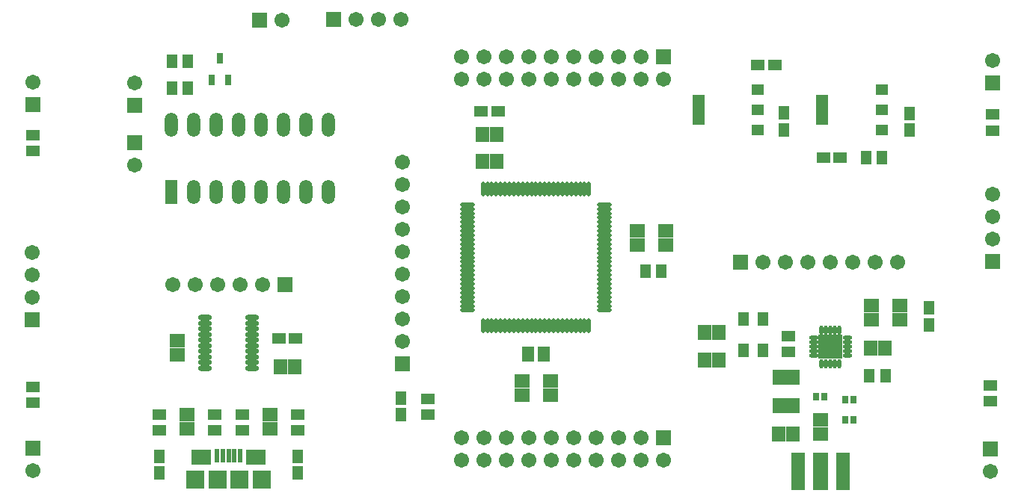
<source format=gts>
G04 Layer_Color=8388736*
%FSLAX25Y25*%
%MOIN*%
G70*
G01*
G75*
%ADD52O,0.01784X0.04147*%
%ADD53O,0.04147X0.01784*%
%ADD54R,0.11036X0.10642*%
%ADD55O,0.01981X0.06509*%
%ADD56O,0.06509X0.01981*%
%ADD57R,0.04737X0.06115*%
%ADD58R,0.06509X0.05918*%
%ADD59R,0.06115X0.04737*%
%ADD60R,0.03162X0.04737*%
%ADD61R,0.05918X0.04934*%
%ADD62R,0.04934X0.06115*%
%ADD63R,0.06115X0.04934*%
%ADD64R,0.04934X0.05918*%
%ADD65R,0.05918X0.06509*%
%ADD66R,0.05249X0.06587*%
%ADD67O,0.06115X0.02572*%
%ADD68R,0.09068X0.07099*%
%ADD69R,0.07887X0.08280*%
%ADD70R,0.08280X0.08280*%
%ADD71R,0.02375X0.06115*%
%ADD72R,0.03044X0.03241*%
%ADD73R,0.05721X0.13398*%
%ADD74R,0.05721X0.04737*%
%ADD75R,0.04540X0.06115*%
%ADD76R,0.05918X0.16548*%
%ADD77R,0.07099X0.16548*%
%ADD78O,0.05800X0.10800*%
%ADD79R,0.05800X0.10800*%
%ADD80R,0.06706X0.06706*%
%ADD81C,0.06706*%
%ADD82R,0.06706X0.06706*%
D52*
X407137Y172380D02*
D03*
X405168D02*
D03*
X403200D02*
D03*
X401231D02*
D03*
X399263D02*
D03*
Y157420D02*
D03*
X401231D02*
D03*
X403200D02*
D03*
X405168D02*
D03*
X407137D02*
D03*
D53*
X395720Y168837D02*
D03*
Y166868D02*
D03*
Y164900D02*
D03*
Y162932D02*
D03*
Y160963D02*
D03*
X410680D02*
D03*
Y162932D02*
D03*
Y164900D02*
D03*
Y166868D02*
D03*
Y168837D02*
D03*
D54*
X403200Y164900D02*
D03*
D55*
X285780Y174387D02*
D03*
X287748D02*
D03*
X281842D02*
D03*
X283811D02*
D03*
X293653D02*
D03*
X295622D02*
D03*
X289717D02*
D03*
X291685D02*
D03*
X272000D02*
D03*
X273969D02*
D03*
X268063D02*
D03*
X270031D02*
D03*
X277906D02*
D03*
X279874D02*
D03*
X275937D02*
D03*
X264126D02*
D03*
X266094D02*
D03*
X260189D02*
D03*
X262158D02*
D03*
X258221D02*
D03*
X254283D02*
D03*
X256252D02*
D03*
X252315D02*
D03*
X248378D02*
D03*
X250346D02*
D03*
X285780Y235213D02*
D03*
X287748D02*
D03*
X281842D02*
D03*
X283811D02*
D03*
X293653D02*
D03*
X295622D02*
D03*
X289717D02*
D03*
X291685D02*
D03*
X272000D02*
D03*
X273969D02*
D03*
X268063D02*
D03*
X270031D02*
D03*
X277906D02*
D03*
X279874D02*
D03*
X275937D02*
D03*
X260189D02*
D03*
X266094D02*
D03*
X262158D02*
D03*
X264126D02*
D03*
X250346D02*
D03*
X252315D02*
D03*
X248378D02*
D03*
X256252D02*
D03*
X258221D02*
D03*
X254283D02*
D03*
D56*
X302413Y185115D02*
D03*
Y187083D02*
D03*
Y181178D02*
D03*
Y183147D02*
D03*
Y192989D02*
D03*
Y194957D02*
D03*
Y189052D02*
D03*
Y191021D02*
D03*
Y200863D02*
D03*
Y202832D02*
D03*
Y196926D02*
D03*
Y198895D02*
D03*
Y204800D02*
D03*
X241587Y181178D02*
D03*
Y183147D02*
D03*
Y185115D02*
D03*
Y189052D02*
D03*
Y191021D02*
D03*
Y187083D02*
D03*
Y196926D02*
D03*
Y198895D02*
D03*
Y192989D02*
D03*
Y194957D02*
D03*
Y202832D02*
D03*
Y204800D02*
D03*
Y200863D02*
D03*
X302413Y210705D02*
D03*
Y212674D02*
D03*
Y206768D02*
D03*
Y208737D02*
D03*
Y224485D02*
D03*
Y214643D02*
D03*
Y216611D02*
D03*
Y222516D02*
D03*
Y226453D02*
D03*
Y218580D02*
D03*
Y220548D02*
D03*
Y228422D02*
D03*
X241587Y210705D02*
D03*
Y212674D02*
D03*
Y206768D02*
D03*
Y208737D02*
D03*
Y214643D02*
D03*
Y222516D02*
D03*
Y220548D02*
D03*
Y224485D02*
D03*
Y216611D02*
D03*
Y218580D02*
D03*
Y226453D02*
D03*
Y228422D02*
D03*
D57*
X320757Y198700D02*
D03*
X327843D02*
D03*
X116886Y292442D02*
D03*
X109799D02*
D03*
X426143Y249310D02*
D03*
X419057D02*
D03*
X109756Y280443D02*
D03*
X116842D02*
D03*
X427700Y152100D02*
D03*
X420613D02*
D03*
D58*
X317300Y210450D02*
D03*
Y216750D02*
D03*
X329700Y210450D02*
D03*
Y216750D02*
D03*
X266000Y143201D02*
D03*
Y149500D02*
D03*
X278400Y143201D02*
D03*
Y149500D02*
D03*
X112015Y167550D02*
D03*
Y161250D02*
D03*
X116615Y134499D02*
D03*
Y128200D02*
D03*
X153515Y134499D02*
D03*
Y128200D02*
D03*
X421500Y183199D02*
D03*
Y176900D02*
D03*
X434100Y183299D02*
D03*
Y177000D02*
D03*
X398800Y132399D02*
D03*
Y126100D02*
D03*
D59*
X475400Y261457D02*
D03*
Y268543D02*
D03*
X47700Y259387D02*
D03*
Y252300D02*
D03*
X474400Y140500D02*
D03*
Y147587D02*
D03*
X47900Y140057D02*
D03*
Y147143D02*
D03*
X223800Y134513D02*
D03*
Y141600D02*
D03*
X141115Y134687D02*
D03*
Y127600D02*
D03*
X128915Y134687D02*
D03*
Y127600D02*
D03*
X165915Y134687D02*
D03*
Y127600D02*
D03*
X104215Y134687D02*
D03*
Y127600D02*
D03*
X384400Y169787D02*
D03*
Y162700D02*
D03*
D60*
X127502Y284118D02*
D03*
X134983D02*
D03*
X131243Y293567D02*
D03*
D61*
X400116Y249310D02*
D03*
X407400D02*
D03*
D62*
X438513Y269155D02*
D03*
Y261675D02*
D03*
X382400Y269191D02*
D03*
Y261710D02*
D03*
X447100Y182180D02*
D03*
Y174700D02*
D03*
D63*
X378480Y290710D02*
D03*
X371000D02*
D03*
X247560Y270000D02*
D03*
X255040D02*
D03*
X164995Y168500D02*
D03*
X157515D02*
D03*
D64*
X211700Y141900D02*
D03*
Y134616D02*
D03*
X165915Y116000D02*
D03*
Y108716D02*
D03*
X104215Y116000D02*
D03*
Y108716D02*
D03*
D65*
X254399Y259800D02*
D03*
X248100D02*
D03*
X254450Y247800D02*
D03*
X248150D02*
D03*
X164414Y155900D02*
D03*
X158115D02*
D03*
X427399Y164400D02*
D03*
X421100D02*
D03*
X347301Y171400D02*
D03*
X353600D02*
D03*
X347301Y158900D02*
D03*
X353600D02*
D03*
X380350Y151200D02*
D03*
X386650D02*
D03*
X380350Y138500D02*
D03*
X386650D02*
D03*
X380301Y126100D02*
D03*
X386600D02*
D03*
D66*
X275468Y161800D02*
D03*
X268500D02*
D03*
D67*
X145546Y175450D02*
D03*
Y172950D02*
D03*
Y177950D02*
D03*
Y167950D02*
D03*
Y170450D02*
D03*
Y165450D02*
D03*
Y162950D02*
D03*
Y157950D02*
D03*
Y160450D02*
D03*
Y155450D02*
D03*
X124484Y177950D02*
D03*
Y172950D02*
D03*
Y175450D02*
D03*
Y170450D02*
D03*
Y167950D02*
D03*
Y162950D02*
D03*
Y165450D02*
D03*
Y155450D02*
D03*
Y157950D02*
D03*
Y160450D02*
D03*
D68*
X147244Y115739D02*
D03*
X122835D02*
D03*
D69*
X120079Y105700D02*
D03*
X150000D02*
D03*
D70*
X139764D02*
D03*
X130315D02*
D03*
D71*
X140157Y116232D02*
D03*
X137598D02*
D03*
X135039D02*
D03*
X132480D02*
D03*
X129921D02*
D03*
D72*
X396899Y142700D02*
D03*
X400600D02*
D03*
X413600Y141300D02*
D03*
X409899D02*
D03*
X409900Y132400D02*
D03*
X413601D02*
D03*
D73*
X344425Y270755D02*
D03*
X399625D02*
D03*
D74*
X371000Y279810D02*
D03*
Y270755D02*
D03*
Y261700D02*
D03*
X426200Y279810D02*
D03*
Y270755D02*
D03*
Y261700D02*
D03*
D75*
X373200Y163200D02*
D03*
X364539D02*
D03*
X373200Y177373D02*
D03*
X364539D02*
D03*
D76*
X408839Y109274D02*
D03*
X388761D02*
D03*
D77*
X398800D02*
D03*
D78*
X179545Y264100D02*
D03*
X169545D02*
D03*
X159545D02*
D03*
X149545D02*
D03*
X139545D02*
D03*
X129545D02*
D03*
X119545D02*
D03*
X109545D02*
D03*
X179545Y234100D02*
D03*
X169545D02*
D03*
X159545D02*
D03*
X149545D02*
D03*
X139545D02*
D03*
X129545D02*
D03*
X119545D02*
D03*
D79*
X109545D02*
D03*
D80*
X475400Y282600D02*
D03*
X475500Y203000D02*
D03*
X47400Y177000D02*
D03*
X93042Y272642D02*
D03*
Y256043D02*
D03*
X47700Y273000D02*
D03*
X474400Y119400D02*
D03*
X47800Y119500D02*
D03*
X212500Y157300D02*
D03*
D81*
X475400Y292600D02*
D03*
X158900Y310800D02*
D03*
X212000Y311100D02*
D03*
X202000D02*
D03*
X192000D02*
D03*
X475500Y233000D02*
D03*
Y223000D02*
D03*
Y213000D02*
D03*
X47400Y207000D02*
D03*
Y197000D02*
D03*
Y187000D02*
D03*
X93042Y282643D02*
D03*
Y246042D02*
D03*
X47700Y283000D02*
D03*
X474400Y109400D02*
D03*
X47800Y109500D02*
D03*
X318800Y114300D02*
D03*
X328800D02*
D03*
X298800D02*
D03*
X308800D02*
D03*
X278800D02*
D03*
X288800D02*
D03*
X268800D02*
D03*
X258800D02*
D03*
X238800D02*
D03*
X248800D02*
D03*
X318800Y124300D02*
D03*
X308800D02*
D03*
X288800D02*
D03*
X298800D02*
D03*
X268800D02*
D03*
X278800D02*
D03*
X258800D02*
D03*
X248800D02*
D03*
X238800D02*
D03*
X373100Y202600D02*
D03*
X383100D02*
D03*
X393100D02*
D03*
X403100D02*
D03*
X413100D02*
D03*
X423100D02*
D03*
X433100D02*
D03*
X150015Y192500D02*
D03*
X140015D02*
D03*
X130015D02*
D03*
X120015D02*
D03*
X110015D02*
D03*
X328800Y284300D02*
D03*
X318800Y294300D02*
D03*
Y284300D02*
D03*
X308800Y294300D02*
D03*
Y284300D02*
D03*
X298800Y294300D02*
D03*
Y284300D02*
D03*
X288800Y294300D02*
D03*
Y284300D02*
D03*
X278800Y294300D02*
D03*
Y284300D02*
D03*
X268800Y294300D02*
D03*
Y284300D02*
D03*
X258800Y294300D02*
D03*
Y284300D02*
D03*
X248800Y294300D02*
D03*
Y284300D02*
D03*
X238800Y294300D02*
D03*
Y284300D02*
D03*
X212500Y217300D02*
D03*
Y227300D02*
D03*
Y237300D02*
D03*
Y167300D02*
D03*
Y177300D02*
D03*
Y207300D02*
D03*
Y247300D02*
D03*
Y187300D02*
D03*
Y197300D02*
D03*
D82*
X148900Y310800D02*
D03*
X182000Y311100D02*
D03*
X328800Y124300D02*
D03*
X363100Y202600D02*
D03*
X160015Y192500D02*
D03*
X328800Y294300D02*
D03*
M02*

</source>
